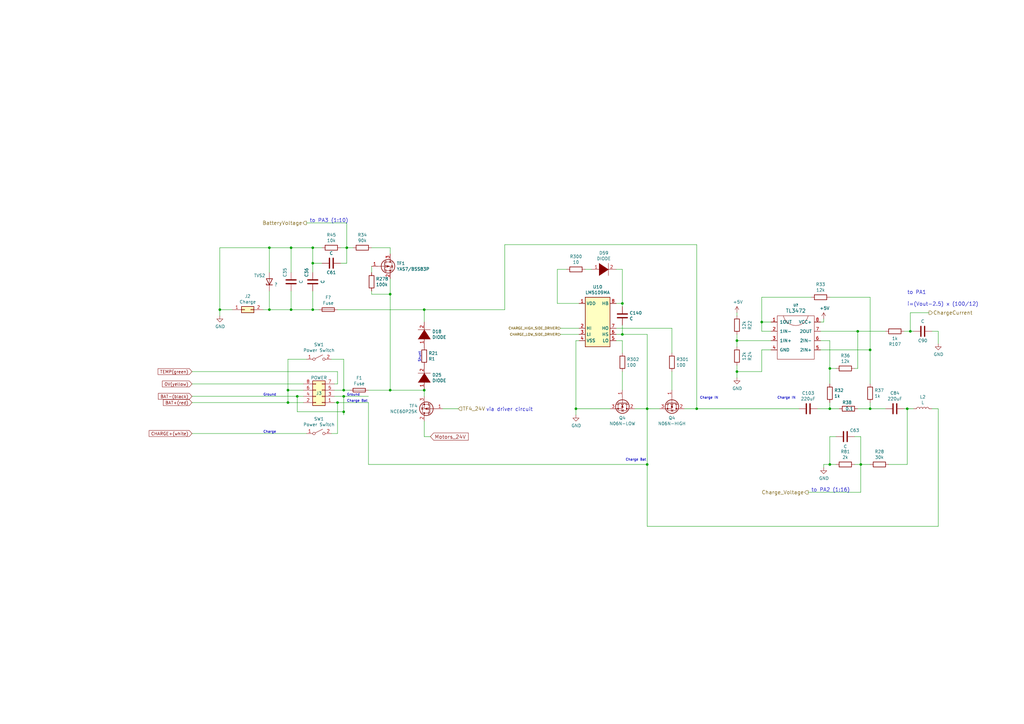
<source format=kicad_sch>
(kicad_sch (version 20211123) (generator eeschema)
  (paper "A3")
  (lib_symbols
    (symbol "Amplifier_Audio:TL3472" (pin_names (offset 1.016))
      (property "Reference" "U" (at -10.16 8.89 0))
      (property "Value" "Amplifier_Audio_TL3472" (at -10.16 17.78 0))
      (symbol "TL3472_0_1"
        (rectangle (start -17.78 -2.54) (end -2.54 15.24))
        (arc (start -15.24 15.24) (mid -10.16 11.2737) (end -5.08 15.24))
      )
      (symbol "TL3472_1_1"
        (pin output line (at -20.32 12.7 0) (length 2.54) (name "1OUT") (number "1"))
        (pin input line (at -20.32 8.89 0) (length 2.54) (name "1IN-") (number "2"))
        (pin input line (at -20.32 5.08 0) (length 2.54) (name "1IN+") (number "3"))
        (pin power_out line (at -20.32 1.27 0) (length 2.54) (name "GND") (number "4"))
        (pin input line (at 0 1.27 180) (length 2.54) (name "2IN+") (number "5"))
        (pin input line (at 0 5.08 180) (length 2.54) (name "2IN-") (number "6"))
        (pin output line (at 0 8.89 180) (length 2.54) (name "2OUT") (number "7"))
        (pin power_in line (at 0 12.7 180) (length 2.54) (name "VCC+") (number "8"))
      )
    )
    (symbol "Connector_Generic:Conn_02x01" (pin_names (offset 1.016) hide)
      (property "Reference" "J" (at 1.27 2.54 0))
      (property "Value" "Conn_02x01" (at 1.27 -2.54 0))
      (symbol "Conn_02x01_1_1"
        (rectangle (start -1.27 0.127) (end 0 -0.127) (stroke (width 0.1524)))
        (rectangle (start -1.27 1.27) (end 3.81 -1.27) (stroke (width 0.254)) (fill (type background)))
        (rectangle (start 3.81 0.127) (end 2.54 -0.127) (stroke (width 0.1524)))
        (pin passive line (at -5.08 0 0) (length 3.81) (name "Pin_1") (number "1"))
        (pin passive line (at 7.62 0 180) (length 3.81) (name "Pin_2") (number "2"))
      )
    )
    (symbol "Connector_Generic:Conn_02x04_Odd_Even" (pin_names (offset 1.016) hide)
      (property "Reference" "J" (at 1.27 5.08 0))
      (property "Value" "Conn_02x04_Odd_Even" (at 1.27 -7.62 0))
      (symbol "Conn_02x04_Odd_Even_1_1"
        (rectangle (start -1.27 -4.953) (end 0 -5.207) (stroke (width 0.1524)))
        (rectangle (start -1.27 -2.413) (end 0 -2.667) (stroke (width 0.1524)))
        (rectangle (start -1.27 0.127) (end 0 -0.127) (stroke (width 0.1524)))
        (rectangle (start -1.27 2.667) (end 0 2.413) (stroke (width 0.1524)))
        (rectangle (start -1.27 3.81) (end 3.81 -6.35) (stroke (width 0.254)) (fill (type background)))
        (rectangle (start 3.81 -4.953) (end 2.54 -5.207) (stroke (width 0.1524)))
        (rectangle (start 3.81 -2.413) (end 2.54 -2.667) (stroke (width 0.1524)))
        (rectangle (start 3.81 0.127) (end 2.54 -0.127) (stroke (width 0.1524)))
        (rectangle (start 3.81 2.667) (end 2.54 2.413) (stroke (width 0.1524)))
        (pin passive line (at -5.08 2.54 0) (length 3.81) (name "Pin_1") (number "1"))
        (pin passive line (at 7.62 2.54 180) (length 3.81) (name "Pin_2") (number "2"))
        (pin passive line (at -5.08 0 0) (length 3.81) (name "Pin_3") (number "3"))
        (pin passive line (at 7.62 0 180) (length 3.81) (name "Pin_4") (number "4"))
        (pin passive line (at -5.08 -2.54 0) (length 3.81) (name "Pin_5") (number "5"))
        (pin passive line (at 7.62 -2.54 180) (length 3.81) (name "Pin_6") (number "6"))
        (pin passive line (at -5.08 -5.08 0) (length 3.81) (name "Pin_7") (number "7"))
        (pin passive line (at 7.62 -5.08 180) (length 3.81) (name "Pin_8") (number "8"))
      )
    )
    (symbol "Device:C" (pin_numbers hide) (pin_names (offset 0.254))
      (property "Reference" "C" (at 0.635 2.54 0))
      (property "Value" "C" (at 0.635 -2.54 0))
      (symbol "C_0_1"
        (polyline (pts (xy -2.032 -0.762) (xy 2.032 -0.762)) (stroke (width 0.508)))
        (polyline (pts (xy -2.032 0.762) (xy 2.032 0.762)) (stroke (width 0.508)))
      )
      (symbol "C_1_1"
        (pin passive line (at 0 3.81 270) (length 2.794) (name "~") (number "1"))
        (pin passive line (at 0 -3.81 90) (length 2.794) (name "~") (number "2"))
      )
    )
    (symbol "Device:D_Zener" (pin_numbers hide) (pin_names (offset 1.016) hide)
      (property "Reference" "D" (at 0 2.54 0))
      (property "Value" "D_Zener" (at 0 -2.54 0))
      (symbol "D_Zener_0_1"
        (polyline (pts (xy 1.27 0) (xy -1.27 0)))
        (polyline (pts (xy -1.27 -1.27) (xy -1.27 1.27) (xy -0.762 1.27)) (stroke (width 0.254)))
        (polyline (pts (xy 1.27 -1.27) (xy 1.27 1.27) (xy -1.27 0) (xy 1.27 -1.27)) (stroke (width 0.254)))
      )
      (symbol "D_Zener_1_1"
        (pin passive line (at -3.81 0 0) (length 2.54) (name "K") (number "1"))
        (pin passive line (at 3.81 0 180) (length 2.54) (name "A") (number "2"))
      )
    )
    (symbol "Device:Fuse" (pin_numbers hide) (pin_names (offset 0))
      (property "Reference" "F" (at 2.032 0 90))
      (property "Value" "Fuse" (at -1.905 0 90))
      (symbol "Fuse_0_1"
        (rectangle (start -0.762 -2.54) (end 0.762 2.54) (stroke (width 0.254)))
        (polyline (pts (xy 0 2.54) (xy 0 -2.54)))
      )
      (symbol "Fuse_1_1"
        (pin passive line (at 0 3.81 270) (length 1.27) (name "~") (number "1"))
        (pin passive line (at 0 -3.81 90) (length 1.27) (name "~") (number "2"))
      )
    )
    (symbol "Device:L" (pin_numbers hide) (pin_names (offset 1.016) hide)
      (property "Reference" "L" (at -1.27 0 90))
      (property "Value" "L" (at 1.905 0 90))
      (symbol "L_0_1"
        (arc (start 0 -2.54) (mid 0.635 -1.905) (end 0 -1.27))
        (arc (start 0 -1.27) (mid 0.635 -0.635) (end 0 0))
        (arc (start 0 0) (mid 0.635 0.635) (end 0 1.27))
        (arc (start 0 1.27) (mid 0.635 1.905) (end 0 2.54))
      )
      (symbol "L_1_1"
        (pin passive line (at 0 3.81 270) (length 1.27) (name "1") (number "1"))
        (pin passive line (at 0 -3.81 90) (length 1.27) (name "2") (number "2"))
      )
    )
    (symbol "Device:R" (pin_numbers hide) (pin_names (offset 0))
      (property "Reference" "R" (at 2.032 0 90))
      (property "Value" "R" (at 0 0 90))
      (symbol "R_0_1"
        (rectangle (start -1.016 -2.54) (end 1.016 2.54) (stroke (width 0.254)))
      )
      (symbol "R_1_1"
        (pin passive line (at 0 3.81 270) (length 1.27) (name "~") (number "1"))
        (pin passive line (at 0 -3.81 90) (length 1.27) (name "~") (number "2"))
      )
    )
    (symbol "Driver_FET:LM5109MA"
      (property "Reference" "U" (at 0 13.97 0))
      (property "Value" "LM5109MA" (at 0 11.43 0))
      (symbol "LM5109MA_0_1"
        (rectangle (start -5.08 -10.16) (end 5.08 10.16) (stroke (width 0.254)) (fill (type background)))
      )
      (symbol "LM5109MA_1_1"
        (pin power_in line (at -7.62 7.62 0) (length 2.54) (name "VDD") (number "1"))
        (pin input line (at -7.62 -2.54 0) (length 2.54) (name "HI") (number "2"))
        (pin input line (at -7.62 -5.08 0) (length 2.54) (name "LI") (number "3"))
        (pin power_in line (at -7.62 -7.62 0) (length 2.54) (name "VSS") (number "4"))
        (pin output line (at 7.62 -7.62 180) (length 2.54) (name "LO") (number "5"))
        (pin passive line (at 7.62 -5.08 180) (length 2.54) (name "HS") (number "6"))
        (pin output line (at 7.62 -2.54 180) (length 2.54) (name "HO") (number "7"))
        (pin passive line (at 7.62 7.62 180) (length 2.54) (name "HB") (number "8"))
      )
    )
    (symbol "Switch:SW_SPST" (pin_names (offset 0) hide)
      (property "Reference" "SW" (at 0 3.175 0))
      (property "Value" "SW_SPST" (at 0 -2.54 0))
      (symbol "SW_SPST_0_0"
        (circle (center -2.032 0) (radius 0.508))
        (polyline (pts (xy -1.524 0.254) (xy 1.524 1.778)))
        (circle (center 2.032 0) (radius 0.508))
      )
      (symbol "SW_SPST_1_1"
        (pin passive line (at -5.08 0 0) (length 2.54) (name "A") (number "1"))
        (pin passive line (at 5.08 0 180) (length 2.54) (name "B") (number "2"))
      )
    )
    (symbol "Transistor_FET:AO3401A" (pin_names hide)
      (property "Reference" "Q" (at 5.08 1.905 0))
      (property "Value" "AO3401A" (at 5.08 0 0))
      (symbol "AO3401A_0_1"
        (polyline (pts (xy 0.254 0) (xy -2.54 0)))
        (polyline (pts (xy 0.254 1.905) (xy 0.254 -1.905)) (stroke (width 0.254)))
        (polyline (pts (xy 0.762 -1.27) (xy 0.762 -2.286)) (stroke (width 0.254)))
        (polyline (pts (xy 0.762 0.508) (xy 0.762 -0.508)) (stroke (width 0.254)))
        (polyline (pts (xy 0.762 2.286) (xy 0.762 1.27)) (stroke (width 0.254)))
        (polyline (pts (xy 2.54 2.54) (xy 2.54 1.778)))
        (polyline (pts (xy 2.54 -2.54) (xy 2.54 0) (xy 0.762 0)))
        (polyline (pts (xy 0.762 1.778) (xy 3.302 1.778) (xy 3.302 -1.778) (xy 0.762 -1.778)))
        (polyline (pts (xy 2.286 0) (xy 1.27 0.381) (xy 1.27 -0.381) (xy 2.286 0)) (fill (type outline)))
        (polyline (pts (xy 2.794 -0.508) (xy 2.921 -0.381) (xy 3.683 -0.381) (xy 3.81 -0.254)))
        (polyline (pts (xy 3.302 -0.381) (xy 2.921 0.254) (xy 3.683 0.254) (xy 3.302 -0.381)))
        (circle (center 1.651 0) (radius 2.794) (stroke (width 0.254)))
        (circle (center 2.54 -1.778) (radius 0.254) (fill (type outline)))
        (circle (center 2.54 1.778) (radius 0.254) (fill (type outline)))
      )
      (symbol "AO3401A_1_1"
        (pin input line (at -5.08 0 0) (length 2.54) (name "G") (number "1"))
        (pin passive line (at 2.54 -5.08 90) (length 2.54) (name "S") (number "2"))
        (pin passive line (at 2.54 5.08 270) (length 2.54) (name "D") (number "3"))
      )
    )
    (symbol "Transistor_FET:IPP060N06N" (pin_names hide)
      (property "Reference" "Q" (at 6.35 1.905 0))
      (property "Value" "IPP060N06N" (at 6.35 0 0))
      (symbol "IPP060N06N_0_1"
        (polyline (pts (xy 0.254 0) (xy -2.54 0)))
        (polyline (pts (xy 0.254 1.905) (xy 0.254 -1.905)) (stroke (width 0.254)))
        (polyline (pts (xy 0.762 -1.27) (xy 0.762 -2.286)) (stroke (width 0.254)))
        (polyline (pts (xy 0.762 0.508) (xy 0.762 -0.508)) (stroke (width 0.254)))
        (polyline (pts (xy 0.762 2.286) (xy 0.762 1.27)) (stroke (width 0.254)))
        (polyline (pts (xy 2.54 2.54) (xy 2.54 1.778)))
        (polyline (pts (xy 2.54 -2.54) (xy 2.54 0) (xy 0.762 0)))
        (polyline (pts (xy 0.762 -1.778) (xy 3.302 -1.778) (xy 3.302 1.778) (xy 0.762 1.778)))
        (polyline (pts (xy 1.016 0) (xy 2.032 0.381) (xy 2.032 -0.381) (xy 1.016 0)) (fill (type outline)))
        (polyline (pts (xy 2.794 0.508) (xy 2.921 0.381) (xy 3.683 0.381) (xy 3.81 0.254)))
        (polyline (pts (xy 3.302 0.381) (xy 2.921 -0.254) (xy 3.683 -0.254) (xy 3.302 0.381)))
        (circle (center 1.651 0) (radius 2.794) (stroke (width 0.254)))
        (circle (center 2.54 -1.778) (radius 0.254) (fill (type outline)))
        (circle (center 2.54 1.778) (radius 0.254) (fill (type outline)))
      )
      (symbol "IPP060N06N_1_1"
        (pin input line (at -5.08 0 0) (length 2.54) (name "G") (number "1"))
        (pin passive line (at 2.54 5.08 270) (length 2.54) (name "D") (number "2"))
        (pin passive line (at 2.54 -5.08 90) (length 2.54) (name "S") (number "3"))
      )
    )
    (symbol "Transistor_FET:SUD08P06-155L" (pin_names hide)
      (property "Reference" "Q" (at 4.953 1.905 0))
      (property "Value" "SUD08P06-155L" (at 4.953 0 0))
      (symbol "SUD08P06-155L_0_1"
        (polyline (pts (xy 0.254 0) (xy -2.54 0)))
        (polyline (pts (xy 0.254 1.905) (xy 0.254 -1.905)) (stroke (width 0.254)))
        (polyline (pts (xy 0.762 -1.27) (xy 0.762 -2.286)) (stroke (width 0.254)))
        (polyline (pts (xy 0.762 0.508) (xy 0.762 -0.508)) (stroke (width 0.254)))
        (polyline (pts (xy 0.762 2.286) (xy 0.762 1.27)) (stroke (width 0.254)))
        (polyline (pts (xy 2.54 2.54) (xy 2.54 1.778)))
        (polyline (pts (xy 2.54 -2.54) (xy 2.54 0) (xy 0.762 0)))
        (polyline (pts (xy 0.762 1.778) (xy 3.302 1.778) (xy 3.302 -1.778) (xy 0.762 -1.778)))
        (polyline (pts (xy 2.286 0) (xy 1.27 0.381) (xy 1.27 -0.381) (xy 2.286 0)) (fill (type outline)))
        (polyline (pts (xy 2.794 -0.508) (xy 2.921 -0.381) (xy 3.683 -0.381) (xy 3.81 -0.254)))
        (polyline (pts (xy 3.302 -0.381) (xy 2.921 0.254) (xy 3.683 0.254) (xy 3.302 -0.381)))
        (circle (center 1.651 0) (radius 2.794) (stroke (width 0.254)))
        (circle (center 2.54 -1.778) (radius 0.254) (fill (type outline)))
        (circle (center 2.54 1.778) (radius 0.254) (fill (type outline)))
      )
      (symbol "SUD08P06-155L_1_1"
        (pin input line (at -5.08 0 0) (length 2.54) (name "G") (number "1"))
        (pin passive line (at 2.54 5.08 270) (length 2.54) (name "D") (number "2"))
        (pin passive line (at 2.54 -5.08 90) (length 2.54) (name "S") (number "3"))
      )
    )
    (symbol "power:+5V" (power) (pin_names (offset 0))
      (property "Value" "+5V" (at 0 3.556 0))
      (symbol "+5V_0_1"
        (polyline (pts (xy -0.762 1.27) (xy 0 2.54)))
        (polyline (pts (xy 0 0) (xy 0 2.54)))
        (polyline (pts (xy 0 2.54) (xy 0.762 1.27)))
      )
      (symbol "+5V_1_1"
        (pin power_in line (at 0 0 90) (length 0) hide (name "+5V") (number "1"))
      )
    )
    (symbol "power:GND" (power) (pin_names (offset 0))
      (property "Value" "GND" (at 0 -3.81 0))
      (symbol "GND_0_1"
        (polyline (pts (xy 0 0) (xy 0 -1.27) (xy 1.27 -1.27) (xy 0 -2.54) (xy -1.27 -1.27) (xy 0 -1.27)))
      )
      (symbol "GND_1_1"
        (pin power_in line (at 0 0 270) (length 0) hide (name "GND") (number "1"))
      )
    )
    (symbol "pspice:DIODE" (pin_names (offset 1.016) hide)
      (property "Reference" "D" (at 0 3.81 0))
      (property "Value" "DIODE" (at 0 -4.445 0))
      (symbol "DIODE_0_1"
        (polyline (pts (xy 1.905 2.54) (xy 1.905 -2.54)))
        (polyline (pts (xy -1.905 2.54) (xy -1.905 -2.54) (xy 1.905 0)) (fill (type outline)))
      )
      (symbol "DIODE_1_1"
        (pin input line (at -5.08 0 0) (length 3.81) (name "K") (number "1"))
        (pin input line (at 5.08 0 180) (length 3.81) (name "A") (number "2"))
      )
    )
  )
  (junction (at 119.38 127))
  (junction (at 140.97 160.02))
  (junction (at 340.36 167.64))
  (junction (at 351.79 135.89))
  (junction (at 160.02 120.65))
  (junction (at 255.27 137.16))
  (junction (at 373.38 135.89))
  (junction (at 110.49 101.6))
  (junction (at 265.43 190.5))
  (junction (at 138.43 165.1))
  (junction (at 173.99 127))
  (junction (at 356.87 167.64))
  (junction (at 302.26 152.4))
  (junction (at 140.97 168.91))
  (junction (at 142.24 101.6))
  (junction (at 285.75 167.64))
  (junction (at 356.87 143.51))
  (junction (at 160.02 160.02))
  (junction (at 353.06 190.5))
  (junction (at 140.97 162.56))
  (junction (at 121.92 162.56))
  (junction (at 110.49 127))
  (junction (at 302.26 139.7))
  (junction (at 236.22 167.64))
  (junction (at 312.42 132.08))
  (junction (at 255.27 124.46))
  (junction (at 340.36 190.5))
  (junction (at 265.43 167.64))
  (junction (at 340.36 151.13))
  (junction (at 128.27 127))
  (junction (at 118.11 160.02))
  (junction (at 119.38 101.6))
  (junction (at 90.17 127))
  (junction (at 128.27 107.95))
  (junction (at 173.99 160.02))
  (junction (at 118.11 165.1))
  (junction (at 128.27 101.6))
  (junction (at 372.11 167.64))
  (wire (pts (xy 275.59 152.4) (xy 275.59 160.02)))
  (wire (pts (xy 356.87 165.1) (xy 356.87 167.64)))
  (wire (pts (xy 152.4 119.38) (xy 152.4 120.65)))
  (wire (pts (xy 336.55 143.51) (xy 356.87 143.51)))
  (wire (pts (xy 373.38 128.27) (xy 373.38 135.89)))
  (wire (pts (xy 312.42 121.92) (xy 312.42 132.08)))
  (wire (pts (xy 78.74 152.4) (xy 138.43 152.4)))
  (wire (pts (xy 312.42 132.08) (xy 316.23 132.08)))
  (wire (pts (xy 119.38 101.6) (xy 128.27 101.6)))
  (wire (pts (xy 265.43 190.5) (xy 151.13 190.5)))
  (wire (pts (xy 356.87 190.5) (xy 353.06 190.5)))
  (wire (pts (xy 138.43 127) (xy 173.99 127)))
  (wire (pts (xy 152.4 101.6) (xy 160.02 101.6)))
  (wire (pts (xy 252.73 124.46) (xy 255.27 124.46)))
  (wire (pts (xy 275.59 134.62) (xy 275.59 144.78)))
  (wire (pts (xy 265.43 167.64) (xy 270.51 167.64)))
  (wire (pts (xy 138.43 177.8) (xy 135.89 177.8)))
  (wire (pts (xy 265.43 137.16) (xy 265.43 167.64)))
  (wire (pts (xy 137.16 162.56) (xy 140.97 162.56)))
  (wire (pts (xy 90.17 101.6) (xy 90.17 127)))
  (wire (pts (xy 140.97 160.02) (xy 140.97 147.32)))
  (wire (pts (xy 237.49 139.7) (xy 236.22 139.7)))
  (wire (pts (xy 119.38 119.38) (xy 119.38 127)))
  (wire (pts (xy 351.79 151.13) (xy 351.79 135.89)))
  (wire (pts (xy 370.84 135.89) (xy 373.38 135.89)))
  (wire (pts (xy 302.26 139.7) (xy 302.26 137.16)))
  (wire (pts (xy 140.97 162.56) (xy 151.13 162.56)))
  (wire (pts (xy 285.75 167.64) (xy 285.75 100.33)))
  (wire (pts (xy 138.43 152.4) (xy 138.43 157.48)))
  (wire (pts (xy 372.11 167.64) (xy 370.84 167.64)))
  (wire (pts (xy 265.43 167.64) (xy 260.35 167.64)))
  (wire (pts (xy 372.11 190.5) (xy 364.49 190.5)))
  (wire (pts (xy 152.4 109.22) (xy 152.4 111.76)))
  (wire (pts (xy 250.19 167.64) (xy 236.22 167.64)))
  (wire (pts (xy 381 128.27) (xy 373.38 128.27)))
  (wire (pts (xy 140.97 147.32) (xy 135.89 147.32)))
  (wire (pts (xy 160.02 101.6) (xy 160.02 104.14)))
  (wire (pts (xy 312.42 135.89) (xy 312.42 132.08)))
  (wire (pts (xy 152.4 120.65) (xy 160.02 120.65)))
  (wire (pts (xy 187.96 167.64) (xy 181.61 167.64)))
  (wire (pts (xy 327.66 167.64) (xy 285.75 167.64)))
  (wire (pts (xy 337.82 190.5) (xy 337.82 191.77)))
  (wire (pts (xy 228.6 110.49) (xy 232.41 110.49)))
  (wire (pts (xy 316.23 139.7) (xy 302.26 139.7)))
  (wire (pts (xy 110.49 101.6) (xy 110.49 111.76)))
  (wire (pts (xy 121.92 162.56) (xy 78.74 162.56)))
  (wire (pts (xy 255.27 133.35) (xy 255.27 137.16)))
  (wire (pts (xy 142.24 107.95) (xy 139.7 107.95)))
  (wire (pts (xy 119.38 111.76) (xy 119.38 101.6)))
  (wire (pts (xy 372.11 167.64) (xy 372.11 190.5)))
  (wire (pts (xy 128.27 107.95) (xy 128.27 111.76)))
  (wire (pts (xy 138.43 165.1) (xy 138.43 177.8)))
  (wire (pts (xy 353.06 190.5) (xy 353.06 201.93)))
  (wire (pts (xy 285.75 100.33) (xy 207.01 100.33)))
  (wire (pts (xy 252.73 134.62) (xy 275.59 134.62)))
  (wire (pts (xy 237.49 124.46) (xy 228.6 124.46)))
  (wire (pts (xy 252.73 139.7) (xy 255.27 139.7)))
  (wire (pts (xy 342.9 190.5) (xy 340.36 190.5)))
  (wire (pts (xy 118.11 160.02) (xy 118.11 147.32)))
  (wire (pts (xy 160.02 160.02) (xy 173.99 160.02)))
  (wire (pts (xy 118.11 160.02) (xy 118.11 165.1)))
  (wire (pts (xy 312.42 143.51) (xy 312.42 152.4)))
  (wire (pts (xy 353.06 190.5) (xy 350.52 190.5)))
  (wire (pts (xy 340.36 121.92) (xy 356.87 121.92)))
  (wire (pts (xy 302.26 152.4) (xy 302.26 154.94)))
  (wire (pts (xy 110.49 101.6) (xy 119.38 101.6)))
  (wire (pts (xy 140.97 162.56) (xy 140.97 168.91)))
  (wire (pts (xy 363.22 167.64) (xy 356.87 167.64)))
  (wire (pts (xy 128.27 119.38) (xy 128.27 127)))
  (wire (pts (xy 124.46 162.56) (xy 121.92 162.56)))
  (wire (pts (xy 340.36 179.07) (xy 342.9 179.07)))
  (wire (pts (xy 356.87 143.51) (xy 356.87 157.48)))
  (wire (pts (xy 382.27 135.89) (xy 384.81 135.89)))
  (wire (pts (xy 107.95 127) (xy 110.49 127)))
  (wire (pts (xy 110.49 127) (xy 119.38 127)))
  (wire (pts (xy 137.16 165.1) (xy 138.43 165.1)))
  (wire (pts (xy 265.43 190.5) (xy 265.43 215.9)))
  (wire (pts (xy 151.13 165.1) (xy 151.13 190.5)))
  (wire (pts (xy 351.79 135.89) (xy 363.22 135.89)))
  (wire (pts (xy 143.51 160.02) (xy 140.97 160.02)))
  (wire (pts (xy 176.53 179.07) (xy 173.99 179.07)))
  (wire (pts (xy 384.81 135.89) (xy 384.81 140.97)))
  (wire (pts (xy 312.42 152.4) (xy 302.26 152.4)))
  (wire (pts (xy 160.02 114.3) (xy 160.02 120.65)))
  (wire (pts (xy 350.52 151.13) (xy 351.79 151.13)))
  (wire (pts (xy 382.27 167.64) (xy 384.81 167.64)))
  (wire (pts (xy 137.16 160.02) (xy 140.97 160.02)))
  (wire (pts (xy 344.17 167.64) (xy 340.36 167.64)))
  (wire (pts (xy 124.46 157.48) (xy 78.74 157.48)))
  (wire (pts (xy 236.22 167.64) (xy 236.22 170.18)))
  (wire (pts (xy 90.17 127) (xy 90.17 129.54)))
  (wire (pts (xy 255.27 139.7) (xy 255.27 144.78)))
  (wire (pts (xy 228.6 124.46) (xy 228.6 110.49)))
  (wire (pts (xy 160.02 120.65) (xy 160.02 160.02)))
  (wire (pts (xy 353.06 190.5) (xy 353.06 179.07)))
  (wire (pts (xy 255.27 124.46) (xy 255.27 110.49)))
  (wire (pts (xy 353.06 179.07) (xy 350.52 179.07)))
  (wire (pts (xy 124.46 165.1) (xy 118.11 165.1)))
  (wire (pts (xy 255.27 137.16) (xy 265.43 137.16)))
  (wire (pts (xy 331.47 201.93) (xy 353.06 201.93)))
  (wire (pts (xy 356.87 167.64) (xy 351.79 167.64)))
  (wire (pts (xy 207.01 100.33) (xy 207.01 127)))
  (wire (pts (xy 340.36 190.5) (xy 340.36 179.07)))
  (wire (pts (xy 340.36 190.5) (xy 337.82 190.5)))
  (wire (pts (xy 255.27 137.16) (xy 252.73 137.16)))
  (wire (pts (xy 336.55 139.7) (xy 340.36 139.7)))
  (wire (pts (xy 265.43 215.9) (xy 384.81 215.9)))
  (wire (pts (xy 384.81 167.64) (xy 384.81 215.9)))
  (wire (pts (xy 255.27 152.4) (xy 255.27 160.02)))
  (wire (pts (xy 118.11 147.32) (xy 125.73 147.32)))
  (wire (pts (xy 255.27 125.73) (xy 255.27 124.46)))
  (wire (pts (xy 280.67 167.64) (xy 285.75 167.64)))
  (wire (pts (xy 316.23 143.51) (xy 312.42 143.51)))
  (wire (pts (xy 78.74 177.8) (xy 125.73 177.8)))
  (wire (pts (xy 337.82 130.81) (xy 337.82 132.08)))
  (wire (pts (xy 118.11 165.1) (xy 78.74 165.1)))
  (wire (pts (xy 142.24 101.6) (xy 144.78 101.6)))
  (wire (pts (xy 337.82 132.08) (xy 336.55 132.08)))
  (wire (pts (xy 121.92 168.91) (xy 121.92 162.56)))
  (wire (pts (xy 302.26 139.7) (xy 302.26 142.24)))
  (wire (pts (xy 340.36 151.13) (xy 340.36 157.48)))
  (wire (pts (xy 140.97 168.91) (xy 121.92 168.91)))
  (wire (pts (xy 138.43 165.1) (xy 151.13 165.1)))
  (wire (pts (xy 125.73 91.44) (xy 142.24 91.44)))
  (wire (pts (xy 124.46 160.02) (xy 118.11 160.02)))
  (wire (pts (xy 173.99 132.08) (xy 173.99 127)))
  (wire (pts (xy 237.49 137.16) (xy 229.87 137.16)))
  (wire (pts (xy 207.01 127) (xy 173.99 127)))
  (wire (pts (xy 139.7 101.6) (xy 142.24 101.6)))
  (wire (pts (xy 302.26 152.4) (xy 302.26 149.86)))
  (wire (pts (xy 340.36 151.13) (xy 342.9 151.13)))
  (wire (pts (xy 151.13 160.02) (xy 160.02 160.02)))
  (wire (pts (xy 173.99 172.72) (xy 173.99 179.07)))
  (wire (pts (xy 332.74 121.92) (xy 312.42 121.92)))
  (wire (pts (xy 265.43 167.64) (xy 265.43 190.5)))
  (wire (pts (xy 132.08 107.95) (xy 128.27 107.95)))
  (wire (pts (xy 173.99 162.56) (xy 173.99 160.02)))
  (wire (pts (xy 340.36 151.13) (xy 340.36 139.7)))
  (wire (pts (xy 237.49 134.62) (xy 229.87 134.62)))
  (wire (pts (xy 236.22 139.7) (xy 236.22 167.64)))
  (wire (pts (xy 242.57 110.49) (xy 240.03 110.49)))
  (wire (pts (xy 356.87 121.92) (xy 356.87 143.51)))
  (wire (pts (xy 373.38 135.89) (xy 374.65 135.89)))
  (wire (pts (xy 255.27 110.49) (xy 252.73 110.49)))
  (wire (pts (xy 340.36 167.64) (xy 335.28 167.64)))
  (wire (pts (xy 336.55 135.89) (xy 351.79 135.89)))
  (wire (pts (xy 374.65 167.64) (xy 372.11 167.64)))
  (wire (pts (xy 142.24 101.6) (xy 142.24 107.95)))
  (wire (pts (xy 119.38 127) (xy 128.27 127)))
  (wire (pts (xy 110.49 119.38) (xy 110.49 127)))
  (wire (pts (xy 140.97 168.91) (xy 140.97 170.18)))
  (wire (pts (xy 142.24 101.6) (xy 142.24 91.44)))
  (wire (pts (xy 110.49 101.6) (xy 90.17 101.6)))
  (wire (pts (xy 128.27 127) (xy 130.81 127)))
  (wire (pts (xy 340.36 167.64) (xy 340.36 165.1)))
  (wire (pts (xy 302.26 128.27) (xy 302.26 129.54)))
  (wire (pts (xy 128.27 107.95) (xy 128.27 101.6)))
  (wire (pts (xy 316.23 135.89) (xy 312.42 135.89)))
  (wire (pts (xy 128.27 101.6) (xy 132.08 101.6)))
  (wire (pts (xy 95.25 127) (xy 90.17 127)))
  (wire (pts (xy 138.43 157.48) (xy 137.16 157.48)))
  (text "Charge" (at 107.95 177.8 0) (effects (font (size 0.9906 0.9906)) (justify left bottom)))
  (text "Shunt" (at 172.72 148.59 90) (effects (font (size 0.9906 0.9906)) (justify left bottom)))
  (text "to PA3 (1:10)" (at 127 91.44 0) (effects (font (size 1.4986 1.4986)) (justify left bottom)))
  (text "Ground" (at 107.95 162.56 0) (effects (font (size 0.9906 0.9906)) (justify left bottom)))
  (text "Charge IN" (at 287.02 163.83 0) (effects (font (size 0.9906 0.9906)) (justify left bottom)))
  (text "to PA1\n\ni=(Vout-2.5) x (100/12)" (at 372.11 125.73 0) (effects (font (size 1.4986 1.4986)) (justify left bottom)))
  (text "Charge Bat" (at 256.54 189.23 0) (effects (font (size 0.9906 0.9906)) (justify left bottom)))
  (text "Charge IN" (at 318.77 163.83 0) (effects (font (size 0.9906 0.9906)) (justify left bottom)))
  (text "Charge Bat" (at 142.24 165.1 0) (effects (font (size 0.9906 0.9906)) (justify left bottom)))
  (text "to PA2 (1:16)" (at 332.74 201.93 0) (effects (font (size 1.4986 1.4986)) (justify left bottom)))
  (text "via driver circuit" (at 199.39 168.91 0) (effects (font (size 1.4986 1.4986)) (justify left bottom)))
  (text "Ground" (at 142.24 162.56 0) (effects (font (size 0.9906 0.9906)) (justify left bottom)))
  (global_label "CHARGE+(white)" (shape input) (at 78.74 177.8 180) (effects (font (size 1.2446 1.2446))) (property "Referenzen zwischen Schaltplänen" "${INTERSHEET_REFS}" (effects hide)))
  (global_label "BAT-(black)" (shape input) (at 78.74 162.56 180) (effects (font (size 1.2446 1.2446))) (property "Referenzen zwischen Schaltplänen" "${INTERSHEET_REFS}" (effects hide)))
  (global_label "OV(yellow)" (shape input) (at 78.74 157.48 180) (effects (font (size 1.2446 1.2446))) (property "Referenzen zwischen Schaltplänen" "${INTERSHEET_REFS}" (effects hide)))
  (global_label "Motors_24V" (shape input) (at 176.53 179.07 0) (effects (font (size 1.4986 1.4986))) (property "Referenzen zwischen Schaltplänen" "${INTERSHEET_REFS}" (effects hide)))
  (global_label "BAT+(red)" (shape input) (at 78.74 165.1 180) (effects (font (size 1.2446 1.2446))) (property "Referenzen zwischen Schaltplänen" "${INTERSHEET_REFS}" (effects hide)))
  (global_label "TEMP(green)" (shape input) (at 78.74 152.4 180) (effects (font (size 1.2446 1.2446))) (property "Referenzen zwischen Schaltplänen" "${INTERSHEET_REFS}" (effects hide)))
  (hierarchical_label "BatteryVoltage" (shape output) (at 125.73 91.44 180) (effects (font (size 1.4986 1.4986))))
  (hierarchical_label "Charge_Voltage" (shape output) (at 331.47 201.93 180) (effects (font (size 1.4986 1.4986))))
  (hierarchical_label "TF4_24V" (shape input) (at 187.96 167.64 0) (effects (font (size 1.4986 1.4986))))
  (hierarchical_label "CHARGE_LOW_SIDE_DRIVER" (shape input) (at 229.87 137.16 180) (effects (font (size 0.9906 0.9906))))
  (hierarchical_label "CHARGE_HIGH_SIDE_DRIVER" (shape input) (at 229.87 134.62 180) (effects (font (size 0.9906 0.9906))))
  (hierarchical_label "ChargeCurrent" (shape output) (at 381 128.27 0) (effects (font (size 1.4986 1.4986))))
  (symbol (lib_id "Connector_Generic:Conn_02x04_Odd_Even") (at 132.08 162.56 180) (unit 1)
    (property "Reference" "J3" (at 130.81 161.29 0))
    (property "Value" "POWER" (at 130.81 154.94 0))
  )
  (symbol (lib_id "Connector_Generic:Conn_02x01") (at 100.33 127 0) (unit 1)
    (property "Reference" "J2" (at 101.6 121.4882 0))
    (property "Value" "Charge" (at 101.6 123.7996 0))
  )
  (symbol (lib_id "Switch:SW_SPST") (at 130.81 177.8 0) (unit 1)
    (property "Reference" "SW1" (at 130.81 171.831 0))
    (property "Value" "Power Switch" (at 130.81 174.1424 0))
  )
  (symbol (lib_id "Switch:SW_SPST") (at 130.81 147.32 0) (unit 1)
    (property "Reference" "SW1" (at 130.81 141.351 0))
    (property "Value" "Power Switch" (at 130.81 143.6624 0))
  )
  (symbol (lib_id "Device:Fuse") (at 134.62 127 270) (unit 1)
    (property "Reference" "F?" (at 134.62 121.9962 90))
    (property "Value" "Fuse" (at 134.62 124.3076 90))
  )
  (symbol (lib_id "Device:Fuse") (at 147.32 160.02 270) (unit 1)
    (property "Reference" "F1" (at 147.32 155.0162 90))
    (property "Value" "Fuse" (at 147.32 157.3276 90))
  )
  (symbol (lib_id "Device:C") (at 128.27 115.57 180) (unit 1)
    (property "Reference" "C36" (at 125.73 111.76 90))
    (property "Value" "C" (at 132.3594 115.57 90))
  )
  (symbol (lib_id "Transistor_FET:SUD08P06-155L") (at 176.53 167.64 180) (unit 1)
    (property "Reference" "TF4" (at 171.323 166.4716 0) (effects (justify left)))
    (property "Value" "NCE60P25K" (at 171.323 168.783 0) (effects (justify left)))
    (property "Footprint" "Package_TO_SOT_SMD:TO-252-2" (effects hide))
    (property "Datasheet" "https://www.vishay.com/docs/62843/sud08p06-155l-ge3.pdf" (effects hide))
  )
  (symbol (lib_id "Amplifier_Audio:TL3472") (at 336.55 144.78 0) (unit 1)
    (property "Reference" "U?" (at 326.39 125.1966 0) (effects (font (size 0.9906 0.9906))))
    (property "Value" "TL3472" (at 326.39 127.4826 0) (effects (font (size 1.4986 1.4986))))
  )
  (symbol (lib_id "power:+5V") (at 337.82 130.81 0) (unit 1)
    (property "Reference" "#PWR?" (effects hide))
    (property "Value" "+5V" (at 338.201 126.4158 0))
  )
  (symbol (lib_id "Device:R") (at 148.59 101.6 270) (unit 1)
    (property "Reference" "R34" (at 148.59 96.3422 90))
    (property "Value" "90k" (at 148.59 98.6536 90))
  )
  (symbol (lib_id "pspice:DIODE") (at 173.99 154.94 90) (unit 1)
    (property "Reference" "D25" (at 177.2412 153.7716 90) (effects (justify right)))
    (property "Value" "DIODE" (at 177.2412 156.083 90) (effects (justify right)))
  )
  (symbol (lib_id "Device:R") (at 173.99 146.05 0) (unit 1)
    (property "Reference" "R21" (at 175.768 144.8816 0) (effects (justify left)))
    (property "Value" "R1" (at 175.768 147.193 0) (effects (justify left)))
  )
  (symbol (lib_id "pspice:DIODE") (at 173.99 137.16 90) (unit 1)
    (property "Reference" "D18" (at 177.2412 135.9916 90) (effects (justify right)))
    (property "Value" "DIODE" (at 177.2412 138.303 90) (effects (justify right)))
  )
  (symbol (lib_id "Device:R") (at 367.03 135.89 90) (unit 1)
    (property "Reference" "R107" (at 367.03 141.1478 90))
    (property "Value" "1k" (at 367.03 138.8364 90))
  )
  (symbol (lib_id "Device:R") (at 135.89 101.6 270) (unit 1)
    (property "Reference" "R45" (at 135.89 96.3422 90))
    (property "Value" "10k" (at 135.89 98.6536 90))
  )
  (symbol (lib_id "Device:C") (at 378.46 135.89 270) (unit 1)
    (property "Reference" "C90" (at 378.46 139.7 90))
    (property "Value" "C" (at 378.46 131.8006 90))
  )
  (symbol (lib_id "Driver_FET:LM5109MA") (at 245.11 132.08 0) (unit 1)
    (property "Reference" "U10" (at 245.11 117.6782 0))
    (property "Value" "LM5109MA" (at 245.11 119.9896 0))
    (property "Footprint" "Package_SO:SOIC-8_3.9x4.9mm_P1.27mm" (effects hide))
    (property "Datasheet" "http://www.ti.com/lit/ds/symlink/lm5109.pdf" (effects hide))
  )
  (symbol (lib_id "Transistor_FET:IPP060N06N") (at 255.27 165.1 270) (unit 1)
    (property "Reference" "Q4" (at 255.27 171.4246 90))
    (property "Value" "N06N-LOW" (at 255.27 173.736 90))
    (property "Footprint" "Package_TO_SOT_THT:TO-220-3_Vertical" (effects hide))
    (property "Datasheet" "https://www.infineon.com/dgdl/Infineon-IPP060N06N-DS-v02_02-en.pdf?fileId=db3a30433727a44301372c06d9d7498a" (effects hide))
  )
  (symbol (lib_id "Transistor_FET:IPP060N06N") (at 275.59 165.1 270) (unit 1)
    (property "Reference" "Q4" (at 275.59 171.4246 90))
    (property "Value" "N06N-HIGH" (at 275.59 173.736 90))
    (property "Footprint" "Package_TO_SOT_THT:TO-220-3_Vertical" (effects hide))
    (property "Datasheet" "https://www.infineon.com/dgdl/Infineon-IPP060N06N-DS-v02_02-en.pdf?fileId=db3a30433727a44301372c06d9d7498a" (effects hide))
  )
  (symbol (lib_id "Device:R") (at 346.71 190.5 270) (unit 1)
    (property "Reference" "R81" (at 346.71 185.2422 90))
    (property "Value" "2k" (at 346.71 187.5536 90))
  )
  (symbol (lib_id "Device:C") (at 346.71 179.07 90) (unit 1)
    (property "Reference" "C63" (at 350.52 176.53 90))
    (property "Value" "C" (at 346.71 183.1594 90))
  )
  (symbol (lib_id "Device:D_Zener") (at 110.49 115.57 90) (unit 1)
    (property "Reference" "TVS2" (at 104.14 113.03 90) (effects (justify right)))
    (property "Value" "?" (at 112.522 116.713 90) (effects (justify right)))
  )
  (symbol (lib_id "Device:R") (at 360.68 190.5 270) (unit 1)
    (property "Reference" "R28" (at 360.68 185.2422 90))
    (property "Value" "30k" (at 360.68 187.5536 90))
  )
  (symbol (lib_id "power:GND") (at 384.81 140.97 0) (unit 1)
    (property "Reference" "#PWR0122" (effects hide))
    (property "Value" "GND" (at 384.937 145.3642 0))
  )
  (symbol (lib_id "pspice:DIODE") (at 247.65 110.49 0) (unit 1)
    (property "Reference" "D59" (at 247.65 103.759 0))
    (property "Value" "DIODE" (at 247.65 106.0704 0))
  )
  (symbol (lib_id "Device:R") (at 236.22 110.49 270) (unit 1)
    (property "Reference" "R300" (at 236.22 105.2322 90))
    (property "Value" "10" (at 236.22 107.5436 90))
  )
  (symbol (lib_id "Device:C") (at 135.89 107.95 270) (unit 1)
    (property "Reference" "C61" (at 135.89 111.76 90))
    (property "Value" "C" (at 135.89 103.8606 90))
  )
  (symbol (lib_id "Device:C") (at 255.27 129.54 0) (unit 1)
    (property "Reference" "C140" (at 258.191 128.3716 0) (effects (justify left)))
    (property "Value" "C" (at 258.191 130.683 0) (effects (justify left)))
  )
  (symbol (lib_id "Device:R") (at 275.59 148.59 0) (unit 1)
    (property "Reference" "R301" (at 277.368 147.4216 0) (effects (justify left)))
    (property "Value" "100" (at 277.368 149.733 0) (effects (justify left)))
  )
  (symbol (lib_id "Device:R") (at 255.27 148.59 0) (unit 1)
    (property "Reference" "R302" (at 257.048 147.4216 0) (effects (justify left)))
    (property "Value" "100" (at 257.048 149.733 0) (effects (justify left)))
  )
  (symbol (lib_id "Device:R") (at 336.55 121.92 90) (unit 1)
    (property "Reference" "R33" (at 336.55 116.6622 90))
    (property "Value" "12k" (at 336.55 118.9736 90))
  )
  (symbol (lib_id "power:GND") (at 236.22 170.18 0) (unit 1)
    (property "Reference" "#PWR0123" (effects hide))
    (property "Value" "GND" (at 236.347 174.5742 0))
  )
  (symbol (lib_id "power:GND") (at 90.17 129.54 0) (unit 1)
    (property "Reference" "#PWR0124" (effects hide))
    (property "Value" "GND" (at 90.297 133.9342 0))
  )
  (symbol (lib_id "Device:C") (at 119.38 115.57 180) (unit 1)
    (property "Reference" "C35" (at 116.84 111.76 90))
    (property "Value" "C" (at 123.4694 115.57 90))
  )
  (symbol (lib_id "power:GND") (at 337.82 191.77 0) (unit 1)
    (property "Reference" "#PWR?" (effects hide))
    (property "Value" "GND" (at 337.947 196.1642 0))
  )
  (symbol (lib_id "Device:R") (at 356.87 161.29 0) (unit 1)
    (property "Reference" "R37" (at 358.648 160.1216 0) (effects (justify left)))
    (property "Value" "1k" (at 358.648 162.433 0) (effects (justify left)))
  )
  (symbol (lib_id "Device:R") (at 347.98 167.64 270) (unit 1)
    (property "Reference" "R38" (at 345.44 165.1 90) (effects (justify left)))
    (property "Value" "0.1" (at 346.71 167.64 90) (effects (justify left)))
  )
  (symbol (lib_id "Device:R") (at 340.36 161.29 0) (unit 1)
    (property "Reference" "R32" (at 342.138 160.1216 0) (effects (justify left)))
    (property "Value" "1k" (at 342.138 162.433 0) (effects (justify left)))
  )
  (symbol (lib_id "Device:R") (at 346.71 151.13 90) (unit 1)
    (property "Reference" "R36" (at 346.71 145.8722 90))
    (property "Value" "12k" (at 346.71 148.1836 90))
  )
  (symbol (lib_id "Device:R") (at 302.26 133.35 0) (unit 1)
    (property "Reference" "R22" (at 307.5178 133.35 90))
    (property "Value" "12k" (at 305.2064 133.35 90))
  )
  (symbol (lib_id "power:+5V") (at 302.26 128.27 0) (unit 1)
    (property "Reference" "#PWR?" (effects hide))
    (property "Value" "+5V" (at 302.641 123.8758 0))
  )
  (symbol (lib_id "Device:R") (at 302.26 146.05 0) (unit 1)
    (property "Reference" "R24" (at 307.5178 146.05 90))
    (property "Value" "12k" (at 305.2064 146.05 90))
  )
  (symbol (lib_id "power:GND") (at 302.26 154.94 0) (unit 1)
    (property "Reference" "#PWR?" (effects hide))
    (property "Value" "GND" (at 302.387 159.3342 0))
  )
  (symbol (lib_id "Device:C") (at 331.47 167.64 270) (unit 1)
    (property "Reference" "C103" (at 331.47 161.2392 90))
    (property "Value" "220uF" (at 331.47 163.5506 90))
  )
  (symbol (lib_id "Device:C") (at 367.03 167.64 270) (unit 1)
    (property "Reference" "C84" (at 367.03 161.2392 90))
    (property "Value" "220uF" (at 367.03 163.5506 90))
  )
  (symbol (lib_id "Device:L") (at 378.46 167.64 90) (unit 1)
    (property "Reference" "L2" (at 378.46 162.814 90))
    (property "Value" "L" (at 378.46 165.1254 90))
  )
  (symbol (lib_id "Device:R") (at 152.4 115.57 0) (unit 1)
    (property "Reference" "R278" (at 154.178 114.4016 0) (effects (justify left)))
    (property "Value" "100k" (at 154.178 116.713 0) (effects (justify left)))
  )
  (symbol (lib_id "Transistor_FET:AO3401A") (at 157.48 109.22 0) (unit 1)
    (property "Reference" "TF1" (at 162.6616 108.0516 0) (effects (justify left)))
    (property "Value" "YAS7/BSS83P" (at 162.6616 110.363 0) (effects (justify left)))
    (property "Footprint" "Package_TO_SOT_SMD:SOT-23" (effects hide))
    (property "Datasheet" "http://www.aosmd.com/pdfs/datasheet/AO3401A.pdf" (effects hide))
  )
)
</source>
